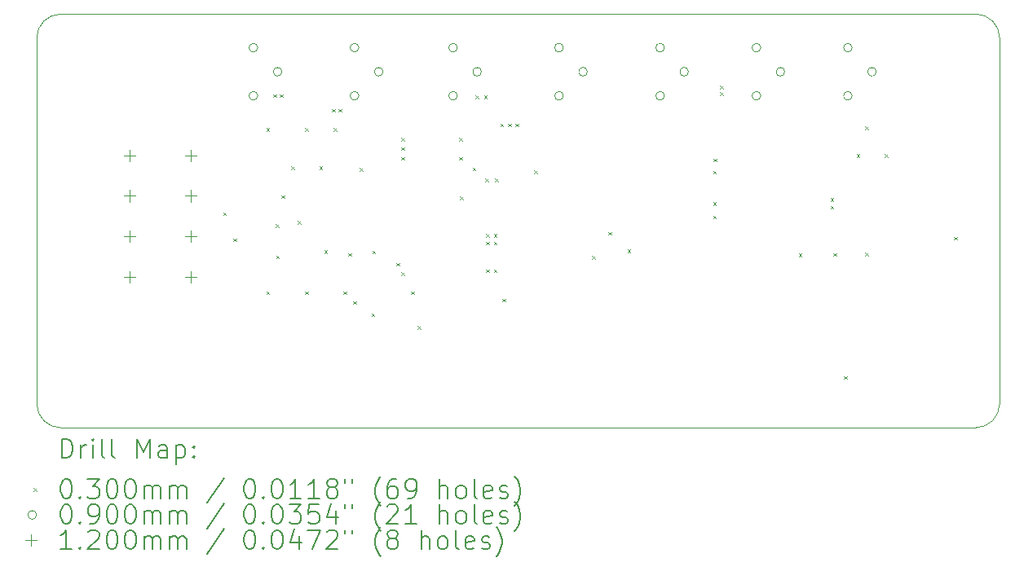
<source format=gbr>
%TF.GenerationSoftware,KiCad,Pcbnew,9.0.0*%
%TF.CreationDate,2025-04-17T12:04:56-07:00*%
%TF.ProjectId,BSPD,42535044-2e6b-4696-9361-645f70636258,rev?*%
%TF.SameCoordinates,Original*%
%TF.FileFunction,Drillmap*%
%TF.FilePolarity,Positive*%
%FSLAX45Y45*%
G04 Gerber Fmt 4.5, Leading zero omitted, Abs format (unit mm)*
G04 Created by KiCad (PCBNEW 9.0.0) date 2025-04-17 12:04:56*
%MOMM*%
%LPD*%
G01*
G04 APERTURE LIST*
%ADD10C,0.050000*%
%ADD11C,0.200000*%
%ADD12C,0.100000*%
%ADD13C,0.120000*%
G04 APERTURE END LIST*
D10*
X13650000Y-13200000D02*
X4150000Y-13200000D01*
X13900000Y-12950000D02*
G75*
G02*
X13650000Y-13200000I-250000J0D01*
G01*
X4150000Y-13200000D02*
G75*
G02*
X3900000Y-12950000I0J250000D01*
G01*
X4150000Y-8900000D02*
X13650000Y-8900000D01*
X13900000Y-9150000D02*
X13900000Y-12950000D01*
X3900000Y-12950000D02*
X3900000Y-9150000D01*
X3900000Y-9150000D02*
G75*
G02*
X4150000Y-8900000I250000J0D01*
G01*
X13650000Y-8900000D02*
G75*
G02*
X13900000Y-9150000I0J-250000D01*
G01*
D11*
D12*
X5835000Y-10960000D02*
X5865000Y-10990000D01*
X5865000Y-10960000D02*
X5835000Y-10990000D01*
X5942500Y-11232500D02*
X5972500Y-11262500D01*
X5972500Y-11232500D02*
X5942500Y-11262500D01*
X6285000Y-10085000D02*
X6315000Y-10115000D01*
X6315000Y-10085000D02*
X6285000Y-10115000D01*
X6285000Y-11785000D02*
X6315000Y-11815000D01*
X6315000Y-11785000D02*
X6285000Y-11815000D01*
X6355000Y-9735000D02*
X6385000Y-9765000D01*
X6385000Y-9735000D02*
X6355000Y-9765000D01*
X6380000Y-11084525D02*
X6410000Y-11114525D01*
X6410000Y-11084525D02*
X6380000Y-11114525D01*
X6385000Y-11410000D02*
X6415000Y-11440000D01*
X6415000Y-11410000D02*
X6385000Y-11440000D01*
X6425000Y-9735000D02*
X6455000Y-9765000D01*
X6455000Y-9735000D02*
X6425000Y-9765000D01*
X6441200Y-10784525D02*
X6471200Y-10814525D01*
X6471200Y-10784525D02*
X6441200Y-10814525D01*
X6541150Y-10485000D02*
X6571150Y-10515000D01*
X6571150Y-10485000D02*
X6541150Y-10515000D01*
X6610000Y-11049525D02*
X6640000Y-11079525D01*
X6640000Y-11049525D02*
X6610000Y-11079525D01*
X6685000Y-10085000D02*
X6715000Y-10115000D01*
X6715000Y-10085000D02*
X6685000Y-10115000D01*
X6685000Y-11785000D02*
X6715000Y-11815000D01*
X6715000Y-11785000D02*
X6685000Y-11815000D01*
X6835000Y-10485000D02*
X6865000Y-10515000D01*
X6865000Y-10485000D02*
X6835000Y-10515000D01*
X6885000Y-11355000D02*
X6915000Y-11385000D01*
X6915000Y-11355000D02*
X6885000Y-11385000D01*
X6965000Y-9885000D02*
X6995000Y-9915000D01*
X6995000Y-9885000D02*
X6965000Y-9915000D01*
X6985000Y-10085000D02*
X7015000Y-10115000D01*
X7015000Y-10085000D02*
X6985000Y-10115000D01*
X7035000Y-9885000D02*
X7065000Y-9915000D01*
X7065000Y-9885000D02*
X7035000Y-9915000D01*
X7085000Y-11785000D02*
X7115000Y-11815000D01*
X7115000Y-11785000D02*
X7085000Y-11815000D01*
X7135000Y-11385000D02*
X7165000Y-11415000D01*
X7165000Y-11385000D02*
X7135000Y-11415000D01*
X7185000Y-11885000D02*
X7215000Y-11915000D01*
X7215000Y-11885000D02*
X7185000Y-11915000D01*
X7255000Y-10500000D02*
X7285000Y-10530000D01*
X7285000Y-10500000D02*
X7255000Y-10530000D01*
X7375000Y-12010000D02*
X7405000Y-12040000D01*
X7405000Y-12010000D02*
X7375000Y-12040000D01*
X7383550Y-11359525D02*
X7413550Y-11389525D01*
X7413550Y-11359525D02*
X7383550Y-11389525D01*
X7635000Y-11485000D02*
X7665000Y-11515000D01*
X7665000Y-11485000D02*
X7635000Y-11515000D01*
X7685000Y-10185000D02*
X7715000Y-10215000D01*
X7715000Y-10185000D02*
X7685000Y-10215000D01*
X7685000Y-10285000D02*
X7715000Y-10315000D01*
X7715000Y-10285000D02*
X7685000Y-10315000D01*
X7685000Y-10385000D02*
X7715000Y-10415000D01*
X7715000Y-10385000D02*
X7685000Y-10415000D01*
X7685000Y-11585000D02*
X7715000Y-11615000D01*
X7715000Y-11585000D02*
X7685000Y-11615000D01*
X7785000Y-11785000D02*
X7815000Y-11815000D01*
X7815000Y-11785000D02*
X7785000Y-11815000D01*
X7853500Y-12141500D02*
X7883500Y-12171500D01*
X7883500Y-12141500D02*
X7853500Y-12171500D01*
X8285000Y-10185000D02*
X8315000Y-10215000D01*
X8315000Y-10185000D02*
X8285000Y-10215000D01*
X8285000Y-10385000D02*
X8315000Y-10415000D01*
X8315000Y-10385000D02*
X8285000Y-10415000D01*
X8295000Y-10795000D02*
X8325000Y-10825000D01*
X8325000Y-10795000D02*
X8295000Y-10825000D01*
X8425000Y-10495000D02*
X8455000Y-10525000D01*
X8455000Y-10495000D02*
X8425000Y-10525000D01*
X8455000Y-9745000D02*
X8485000Y-9775000D01*
X8485000Y-9745000D02*
X8455000Y-9775000D01*
X8545000Y-9745000D02*
X8575000Y-9775000D01*
X8575000Y-9745000D02*
X8545000Y-9775000D01*
X8560000Y-10610000D02*
X8590000Y-10640000D01*
X8590000Y-10610000D02*
X8560000Y-10640000D01*
X8565000Y-11185000D02*
X8595000Y-11215000D01*
X8595000Y-11185000D02*
X8565000Y-11215000D01*
X8565000Y-11265000D02*
X8595000Y-11295000D01*
X8595000Y-11265000D02*
X8565000Y-11295000D01*
X8565000Y-11555000D02*
X8595000Y-11585000D01*
X8595000Y-11555000D02*
X8565000Y-11585000D01*
X8645000Y-11185000D02*
X8675000Y-11215000D01*
X8675000Y-11185000D02*
X8645000Y-11215000D01*
X8645000Y-11265000D02*
X8675000Y-11295000D01*
X8675000Y-11265000D02*
X8645000Y-11295000D01*
X8645000Y-11555000D02*
X8675000Y-11585000D01*
X8675000Y-11555000D02*
X8645000Y-11585000D01*
X8660000Y-10610000D02*
X8690000Y-10640000D01*
X8690000Y-10610000D02*
X8660000Y-10640000D01*
X8715000Y-10040000D02*
X8745000Y-10070000D01*
X8745000Y-10040000D02*
X8715000Y-10070000D01*
X8735000Y-11860000D02*
X8765000Y-11890000D01*
X8765000Y-11860000D02*
X8735000Y-11890000D01*
X8795000Y-10040000D02*
X8825000Y-10070000D01*
X8825000Y-10040000D02*
X8795000Y-10070000D01*
X8870000Y-10040000D02*
X8900000Y-10070000D01*
X8900000Y-10040000D02*
X8870000Y-10070000D01*
X9065000Y-10525000D02*
X9095000Y-10555000D01*
X9095000Y-10525000D02*
X9065000Y-10555000D01*
X9665000Y-11415000D02*
X9695000Y-11445000D01*
X9695000Y-11415000D02*
X9665000Y-11445000D01*
X9835000Y-11165000D02*
X9865000Y-11195000D01*
X9865000Y-11165000D02*
X9835000Y-11195000D01*
X10035000Y-11345000D02*
X10065000Y-11375000D01*
X10065000Y-11345000D02*
X10035000Y-11375000D01*
X10925000Y-10530000D02*
X10955000Y-10560000D01*
X10955000Y-10530000D02*
X10925000Y-10560000D01*
X10925000Y-10855000D02*
X10955000Y-10885000D01*
X10955000Y-10855000D02*
X10925000Y-10885000D01*
X10925000Y-10995000D02*
X10955000Y-11025000D01*
X10955000Y-10995000D02*
X10925000Y-11025000D01*
X10930000Y-10405000D02*
X10960000Y-10435000D01*
X10960000Y-10405000D02*
X10930000Y-10435000D01*
X10995000Y-9645000D02*
X11025000Y-9675000D01*
X11025000Y-9645000D02*
X10995000Y-9675000D01*
X10995000Y-9715000D02*
X11025000Y-9745000D01*
X11025000Y-9715000D02*
X10995000Y-9745000D01*
X11812500Y-11387500D02*
X11842500Y-11417500D01*
X11842500Y-11387500D02*
X11812500Y-11417500D01*
X12145000Y-10815000D02*
X12175000Y-10845000D01*
X12175000Y-10815000D02*
X12145000Y-10845000D01*
X12145000Y-10895000D02*
X12175000Y-10925000D01*
X12175000Y-10895000D02*
X12145000Y-10925000D01*
X12175000Y-11385000D02*
X12205000Y-11415000D01*
X12205000Y-11385000D02*
X12175000Y-11415000D01*
X12285000Y-12665000D02*
X12315000Y-12695000D01*
X12315000Y-12665000D02*
X12285000Y-12695000D01*
X12415000Y-10355000D02*
X12445000Y-10385000D01*
X12445000Y-10355000D02*
X12415000Y-10385000D01*
X12502500Y-11380000D02*
X12532500Y-11410000D01*
X12532500Y-11380000D02*
X12502500Y-11410000D01*
X12505000Y-10067500D02*
X12535000Y-10097500D01*
X12535000Y-10067500D02*
X12505000Y-10097500D01*
X12705000Y-10355000D02*
X12735000Y-10385000D01*
X12735000Y-10355000D02*
X12705000Y-10385000D01*
X13425000Y-11215000D02*
X13455000Y-11245000D01*
X13455000Y-11215000D02*
X13425000Y-11245000D01*
X6195000Y-9250000D02*
G75*
G02*
X6105000Y-9250000I-45000J0D01*
G01*
X6105000Y-9250000D02*
G75*
G02*
X6195000Y-9250000I45000J0D01*
G01*
X6195000Y-9750000D02*
G75*
G02*
X6105000Y-9750000I-45000J0D01*
G01*
X6105000Y-9750000D02*
G75*
G02*
X6195000Y-9750000I45000J0D01*
G01*
X6445000Y-9500000D02*
G75*
G02*
X6355000Y-9500000I-45000J0D01*
G01*
X6355000Y-9500000D02*
G75*
G02*
X6445000Y-9500000I45000J0D01*
G01*
X7245000Y-9250000D02*
G75*
G02*
X7155000Y-9250000I-45000J0D01*
G01*
X7155000Y-9250000D02*
G75*
G02*
X7245000Y-9250000I45000J0D01*
G01*
X7245000Y-9750000D02*
G75*
G02*
X7155000Y-9750000I-45000J0D01*
G01*
X7155000Y-9750000D02*
G75*
G02*
X7245000Y-9750000I45000J0D01*
G01*
X7495000Y-9500000D02*
G75*
G02*
X7405000Y-9500000I-45000J0D01*
G01*
X7405000Y-9500000D02*
G75*
G02*
X7495000Y-9500000I45000J0D01*
G01*
X8268000Y-9250000D02*
G75*
G02*
X8178000Y-9250000I-45000J0D01*
G01*
X8178000Y-9250000D02*
G75*
G02*
X8268000Y-9250000I45000J0D01*
G01*
X8268000Y-9750000D02*
G75*
G02*
X8178000Y-9750000I-45000J0D01*
G01*
X8178000Y-9750000D02*
G75*
G02*
X8268000Y-9750000I45000J0D01*
G01*
X8518000Y-9500000D02*
G75*
G02*
X8428000Y-9500000I-45000J0D01*
G01*
X8428000Y-9500000D02*
G75*
G02*
X8518000Y-9500000I45000J0D01*
G01*
X9368000Y-9250000D02*
G75*
G02*
X9278000Y-9250000I-45000J0D01*
G01*
X9278000Y-9250000D02*
G75*
G02*
X9368000Y-9250000I45000J0D01*
G01*
X9368000Y-9750000D02*
G75*
G02*
X9278000Y-9750000I-45000J0D01*
G01*
X9278000Y-9750000D02*
G75*
G02*
X9368000Y-9750000I45000J0D01*
G01*
X9618000Y-9500000D02*
G75*
G02*
X9528000Y-9500000I-45000J0D01*
G01*
X9528000Y-9500000D02*
G75*
G02*
X9618000Y-9500000I45000J0D01*
G01*
X10418000Y-9250000D02*
G75*
G02*
X10328000Y-9250000I-45000J0D01*
G01*
X10328000Y-9250000D02*
G75*
G02*
X10418000Y-9250000I45000J0D01*
G01*
X10418000Y-9750000D02*
G75*
G02*
X10328000Y-9750000I-45000J0D01*
G01*
X10328000Y-9750000D02*
G75*
G02*
X10418000Y-9750000I45000J0D01*
G01*
X10668000Y-9500000D02*
G75*
G02*
X10578000Y-9500000I-45000J0D01*
G01*
X10578000Y-9500000D02*
G75*
G02*
X10668000Y-9500000I45000J0D01*
G01*
X11418000Y-9250000D02*
G75*
G02*
X11328000Y-9250000I-45000J0D01*
G01*
X11328000Y-9250000D02*
G75*
G02*
X11418000Y-9250000I45000J0D01*
G01*
X11418000Y-9750000D02*
G75*
G02*
X11328000Y-9750000I-45000J0D01*
G01*
X11328000Y-9750000D02*
G75*
G02*
X11418000Y-9750000I45000J0D01*
G01*
X11668000Y-9500000D02*
G75*
G02*
X11578000Y-9500000I-45000J0D01*
G01*
X11578000Y-9500000D02*
G75*
G02*
X11668000Y-9500000I45000J0D01*
G01*
X12368000Y-9250000D02*
G75*
G02*
X12278000Y-9250000I-45000J0D01*
G01*
X12278000Y-9250000D02*
G75*
G02*
X12368000Y-9250000I45000J0D01*
G01*
X12368000Y-9750000D02*
G75*
G02*
X12278000Y-9750000I-45000J0D01*
G01*
X12278000Y-9750000D02*
G75*
G02*
X12368000Y-9750000I45000J0D01*
G01*
X12618000Y-9500000D02*
G75*
G02*
X12528000Y-9500000I-45000J0D01*
G01*
X12528000Y-9500000D02*
G75*
G02*
X12618000Y-9500000I45000J0D01*
G01*
D13*
X4865000Y-10310000D02*
X4865000Y-10430000D01*
X4805000Y-10370000D02*
X4925000Y-10370000D01*
X4865000Y-10730000D02*
X4865000Y-10850000D01*
X4805000Y-10790000D02*
X4925000Y-10790000D01*
X4865000Y-11150000D02*
X4865000Y-11270000D01*
X4805000Y-11210000D02*
X4925000Y-11210000D01*
X4865000Y-11570000D02*
X4865000Y-11690000D01*
X4805000Y-11630000D02*
X4925000Y-11630000D01*
X5500000Y-10310000D02*
X5500000Y-10430000D01*
X5440000Y-10370000D02*
X5560000Y-10370000D01*
X5500000Y-10730000D02*
X5500000Y-10850000D01*
X5440000Y-10790000D02*
X5560000Y-10790000D01*
X5500000Y-11150000D02*
X5500000Y-11270000D01*
X5440000Y-11210000D02*
X5560000Y-11210000D01*
X5500000Y-11570000D02*
X5500000Y-11690000D01*
X5440000Y-11630000D02*
X5560000Y-11630000D01*
D11*
X4158277Y-13513984D02*
X4158277Y-13313984D01*
X4158277Y-13313984D02*
X4205896Y-13313984D01*
X4205896Y-13313984D02*
X4234467Y-13323508D01*
X4234467Y-13323508D02*
X4253515Y-13342555D01*
X4253515Y-13342555D02*
X4263039Y-13361603D01*
X4263039Y-13361603D02*
X4272563Y-13399698D01*
X4272563Y-13399698D02*
X4272563Y-13428269D01*
X4272563Y-13428269D02*
X4263039Y-13466365D01*
X4263039Y-13466365D02*
X4253515Y-13485412D01*
X4253515Y-13485412D02*
X4234467Y-13504460D01*
X4234467Y-13504460D02*
X4205896Y-13513984D01*
X4205896Y-13513984D02*
X4158277Y-13513984D01*
X4358277Y-13513984D02*
X4358277Y-13380650D01*
X4358277Y-13418746D02*
X4367801Y-13399698D01*
X4367801Y-13399698D02*
X4377324Y-13390174D01*
X4377324Y-13390174D02*
X4396372Y-13380650D01*
X4396372Y-13380650D02*
X4415420Y-13380650D01*
X4482086Y-13513984D02*
X4482086Y-13380650D01*
X4482086Y-13313984D02*
X4472563Y-13323508D01*
X4472563Y-13323508D02*
X4482086Y-13333031D01*
X4482086Y-13333031D02*
X4491610Y-13323508D01*
X4491610Y-13323508D02*
X4482086Y-13313984D01*
X4482086Y-13313984D02*
X4482086Y-13333031D01*
X4605896Y-13513984D02*
X4586848Y-13504460D01*
X4586848Y-13504460D02*
X4577324Y-13485412D01*
X4577324Y-13485412D02*
X4577324Y-13313984D01*
X4710658Y-13513984D02*
X4691610Y-13504460D01*
X4691610Y-13504460D02*
X4682086Y-13485412D01*
X4682086Y-13485412D02*
X4682086Y-13313984D01*
X4939229Y-13513984D02*
X4939229Y-13313984D01*
X4939229Y-13313984D02*
X5005896Y-13456841D01*
X5005896Y-13456841D02*
X5072563Y-13313984D01*
X5072563Y-13313984D02*
X5072563Y-13513984D01*
X5253515Y-13513984D02*
X5253515Y-13409222D01*
X5253515Y-13409222D02*
X5243991Y-13390174D01*
X5243991Y-13390174D02*
X5224944Y-13380650D01*
X5224944Y-13380650D02*
X5186848Y-13380650D01*
X5186848Y-13380650D02*
X5167801Y-13390174D01*
X5253515Y-13504460D02*
X5234467Y-13513984D01*
X5234467Y-13513984D02*
X5186848Y-13513984D01*
X5186848Y-13513984D02*
X5167801Y-13504460D01*
X5167801Y-13504460D02*
X5158277Y-13485412D01*
X5158277Y-13485412D02*
X5158277Y-13466365D01*
X5158277Y-13466365D02*
X5167801Y-13447317D01*
X5167801Y-13447317D02*
X5186848Y-13437793D01*
X5186848Y-13437793D02*
X5234467Y-13437793D01*
X5234467Y-13437793D02*
X5253515Y-13428269D01*
X5348753Y-13380650D02*
X5348753Y-13580650D01*
X5348753Y-13390174D02*
X5367801Y-13380650D01*
X5367801Y-13380650D02*
X5405896Y-13380650D01*
X5405896Y-13380650D02*
X5424944Y-13390174D01*
X5424944Y-13390174D02*
X5434467Y-13399698D01*
X5434467Y-13399698D02*
X5443991Y-13418746D01*
X5443991Y-13418746D02*
X5443991Y-13475888D01*
X5443991Y-13475888D02*
X5434467Y-13494936D01*
X5434467Y-13494936D02*
X5424944Y-13504460D01*
X5424944Y-13504460D02*
X5405896Y-13513984D01*
X5405896Y-13513984D02*
X5367801Y-13513984D01*
X5367801Y-13513984D02*
X5348753Y-13504460D01*
X5529705Y-13494936D02*
X5539229Y-13504460D01*
X5539229Y-13504460D02*
X5529705Y-13513984D01*
X5529705Y-13513984D02*
X5520182Y-13504460D01*
X5520182Y-13504460D02*
X5529705Y-13494936D01*
X5529705Y-13494936D02*
X5529705Y-13513984D01*
X5529705Y-13390174D02*
X5539229Y-13399698D01*
X5539229Y-13399698D02*
X5529705Y-13409222D01*
X5529705Y-13409222D02*
X5520182Y-13399698D01*
X5520182Y-13399698D02*
X5529705Y-13390174D01*
X5529705Y-13390174D02*
X5529705Y-13409222D01*
D12*
X3867500Y-13827500D02*
X3897500Y-13857500D01*
X3897500Y-13827500D02*
X3867500Y-13857500D01*
D11*
X4196372Y-13733984D02*
X4215420Y-13733984D01*
X4215420Y-13733984D02*
X4234467Y-13743508D01*
X4234467Y-13743508D02*
X4243991Y-13753031D01*
X4243991Y-13753031D02*
X4253515Y-13772079D01*
X4253515Y-13772079D02*
X4263039Y-13810174D01*
X4263039Y-13810174D02*
X4263039Y-13857793D01*
X4263039Y-13857793D02*
X4253515Y-13895888D01*
X4253515Y-13895888D02*
X4243991Y-13914936D01*
X4243991Y-13914936D02*
X4234467Y-13924460D01*
X4234467Y-13924460D02*
X4215420Y-13933984D01*
X4215420Y-13933984D02*
X4196372Y-13933984D01*
X4196372Y-13933984D02*
X4177324Y-13924460D01*
X4177324Y-13924460D02*
X4167801Y-13914936D01*
X4167801Y-13914936D02*
X4158277Y-13895888D01*
X4158277Y-13895888D02*
X4148753Y-13857793D01*
X4148753Y-13857793D02*
X4148753Y-13810174D01*
X4148753Y-13810174D02*
X4158277Y-13772079D01*
X4158277Y-13772079D02*
X4167801Y-13753031D01*
X4167801Y-13753031D02*
X4177324Y-13743508D01*
X4177324Y-13743508D02*
X4196372Y-13733984D01*
X4348753Y-13914936D02*
X4358277Y-13924460D01*
X4358277Y-13924460D02*
X4348753Y-13933984D01*
X4348753Y-13933984D02*
X4339229Y-13924460D01*
X4339229Y-13924460D02*
X4348753Y-13914936D01*
X4348753Y-13914936D02*
X4348753Y-13933984D01*
X4424944Y-13733984D02*
X4548753Y-13733984D01*
X4548753Y-13733984D02*
X4482086Y-13810174D01*
X4482086Y-13810174D02*
X4510658Y-13810174D01*
X4510658Y-13810174D02*
X4529705Y-13819698D01*
X4529705Y-13819698D02*
X4539229Y-13829222D01*
X4539229Y-13829222D02*
X4548753Y-13848269D01*
X4548753Y-13848269D02*
X4548753Y-13895888D01*
X4548753Y-13895888D02*
X4539229Y-13914936D01*
X4539229Y-13914936D02*
X4529705Y-13924460D01*
X4529705Y-13924460D02*
X4510658Y-13933984D01*
X4510658Y-13933984D02*
X4453515Y-13933984D01*
X4453515Y-13933984D02*
X4434467Y-13924460D01*
X4434467Y-13924460D02*
X4424944Y-13914936D01*
X4672563Y-13733984D02*
X4691610Y-13733984D01*
X4691610Y-13733984D02*
X4710658Y-13743508D01*
X4710658Y-13743508D02*
X4720182Y-13753031D01*
X4720182Y-13753031D02*
X4729705Y-13772079D01*
X4729705Y-13772079D02*
X4739229Y-13810174D01*
X4739229Y-13810174D02*
X4739229Y-13857793D01*
X4739229Y-13857793D02*
X4729705Y-13895888D01*
X4729705Y-13895888D02*
X4720182Y-13914936D01*
X4720182Y-13914936D02*
X4710658Y-13924460D01*
X4710658Y-13924460D02*
X4691610Y-13933984D01*
X4691610Y-13933984D02*
X4672563Y-13933984D01*
X4672563Y-13933984D02*
X4653515Y-13924460D01*
X4653515Y-13924460D02*
X4643991Y-13914936D01*
X4643991Y-13914936D02*
X4634467Y-13895888D01*
X4634467Y-13895888D02*
X4624944Y-13857793D01*
X4624944Y-13857793D02*
X4624944Y-13810174D01*
X4624944Y-13810174D02*
X4634467Y-13772079D01*
X4634467Y-13772079D02*
X4643991Y-13753031D01*
X4643991Y-13753031D02*
X4653515Y-13743508D01*
X4653515Y-13743508D02*
X4672563Y-13733984D01*
X4863039Y-13733984D02*
X4882086Y-13733984D01*
X4882086Y-13733984D02*
X4901134Y-13743508D01*
X4901134Y-13743508D02*
X4910658Y-13753031D01*
X4910658Y-13753031D02*
X4920182Y-13772079D01*
X4920182Y-13772079D02*
X4929705Y-13810174D01*
X4929705Y-13810174D02*
X4929705Y-13857793D01*
X4929705Y-13857793D02*
X4920182Y-13895888D01*
X4920182Y-13895888D02*
X4910658Y-13914936D01*
X4910658Y-13914936D02*
X4901134Y-13924460D01*
X4901134Y-13924460D02*
X4882086Y-13933984D01*
X4882086Y-13933984D02*
X4863039Y-13933984D01*
X4863039Y-13933984D02*
X4843991Y-13924460D01*
X4843991Y-13924460D02*
X4834467Y-13914936D01*
X4834467Y-13914936D02*
X4824944Y-13895888D01*
X4824944Y-13895888D02*
X4815420Y-13857793D01*
X4815420Y-13857793D02*
X4815420Y-13810174D01*
X4815420Y-13810174D02*
X4824944Y-13772079D01*
X4824944Y-13772079D02*
X4834467Y-13753031D01*
X4834467Y-13753031D02*
X4843991Y-13743508D01*
X4843991Y-13743508D02*
X4863039Y-13733984D01*
X5015420Y-13933984D02*
X5015420Y-13800650D01*
X5015420Y-13819698D02*
X5024944Y-13810174D01*
X5024944Y-13810174D02*
X5043991Y-13800650D01*
X5043991Y-13800650D02*
X5072563Y-13800650D01*
X5072563Y-13800650D02*
X5091610Y-13810174D01*
X5091610Y-13810174D02*
X5101134Y-13829222D01*
X5101134Y-13829222D02*
X5101134Y-13933984D01*
X5101134Y-13829222D02*
X5110658Y-13810174D01*
X5110658Y-13810174D02*
X5129705Y-13800650D01*
X5129705Y-13800650D02*
X5158277Y-13800650D01*
X5158277Y-13800650D02*
X5177325Y-13810174D01*
X5177325Y-13810174D02*
X5186848Y-13829222D01*
X5186848Y-13829222D02*
X5186848Y-13933984D01*
X5282086Y-13933984D02*
X5282086Y-13800650D01*
X5282086Y-13819698D02*
X5291610Y-13810174D01*
X5291610Y-13810174D02*
X5310658Y-13800650D01*
X5310658Y-13800650D02*
X5339229Y-13800650D01*
X5339229Y-13800650D02*
X5358277Y-13810174D01*
X5358277Y-13810174D02*
X5367801Y-13829222D01*
X5367801Y-13829222D02*
X5367801Y-13933984D01*
X5367801Y-13829222D02*
X5377325Y-13810174D01*
X5377325Y-13810174D02*
X5396372Y-13800650D01*
X5396372Y-13800650D02*
X5424944Y-13800650D01*
X5424944Y-13800650D02*
X5443991Y-13810174D01*
X5443991Y-13810174D02*
X5453515Y-13829222D01*
X5453515Y-13829222D02*
X5453515Y-13933984D01*
X5843991Y-13724460D02*
X5672563Y-13981603D01*
X6101134Y-13733984D02*
X6120182Y-13733984D01*
X6120182Y-13733984D02*
X6139229Y-13743508D01*
X6139229Y-13743508D02*
X6148753Y-13753031D01*
X6148753Y-13753031D02*
X6158277Y-13772079D01*
X6158277Y-13772079D02*
X6167801Y-13810174D01*
X6167801Y-13810174D02*
X6167801Y-13857793D01*
X6167801Y-13857793D02*
X6158277Y-13895888D01*
X6158277Y-13895888D02*
X6148753Y-13914936D01*
X6148753Y-13914936D02*
X6139229Y-13924460D01*
X6139229Y-13924460D02*
X6120182Y-13933984D01*
X6120182Y-13933984D02*
X6101134Y-13933984D01*
X6101134Y-13933984D02*
X6082086Y-13924460D01*
X6082086Y-13924460D02*
X6072563Y-13914936D01*
X6072563Y-13914936D02*
X6063039Y-13895888D01*
X6063039Y-13895888D02*
X6053515Y-13857793D01*
X6053515Y-13857793D02*
X6053515Y-13810174D01*
X6053515Y-13810174D02*
X6063039Y-13772079D01*
X6063039Y-13772079D02*
X6072563Y-13753031D01*
X6072563Y-13753031D02*
X6082086Y-13743508D01*
X6082086Y-13743508D02*
X6101134Y-13733984D01*
X6253515Y-13914936D02*
X6263039Y-13924460D01*
X6263039Y-13924460D02*
X6253515Y-13933984D01*
X6253515Y-13933984D02*
X6243991Y-13924460D01*
X6243991Y-13924460D02*
X6253515Y-13914936D01*
X6253515Y-13914936D02*
X6253515Y-13933984D01*
X6386848Y-13733984D02*
X6405896Y-13733984D01*
X6405896Y-13733984D02*
X6424944Y-13743508D01*
X6424944Y-13743508D02*
X6434467Y-13753031D01*
X6434467Y-13753031D02*
X6443991Y-13772079D01*
X6443991Y-13772079D02*
X6453515Y-13810174D01*
X6453515Y-13810174D02*
X6453515Y-13857793D01*
X6453515Y-13857793D02*
X6443991Y-13895888D01*
X6443991Y-13895888D02*
X6434467Y-13914936D01*
X6434467Y-13914936D02*
X6424944Y-13924460D01*
X6424944Y-13924460D02*
X6405896Y-13933984D01*
X6405896Y-13933984D02*
X6386848Y-13933984D01*
X6386848Y-13933984D02*
X6367801Y-13924460D01*
X6367801Y-13924460D02*
X6358277Y-13914936D01*
X6358277Y-13914936D02*
X6348753Y-13895888D01*
X6348753Y-13895888D02*
X6339229Y-13857793D01*
X6339229Y-13857793D02*
X6339229Y-13810174D01*
X6339229Y-13810174D02*
X6348753Y-13772079D01*
X6348753Y-13772079D02*
X6358277Y-13753031D01*
X6358277Y-13753031D02*
X6367801Y-13743508D01*
X6367801Y-13743508D02*
X6386848Y-13733984D01*
X6643991Y-13933984D02*
X6529706Y-13933984D01*
X6586848Y-13933984D02*
X6586848Y-13733984D01*
X6586848Y-13733984D02*
X6567801Y-13762555D01*
X6567801Y-13762555D02*
X6548753Y-13781603D01*
X6548753Y-13781603D02*
X6529706Y-13791127D01*
X6834467Y-13933984D02*
X6720182Y-13933984D01*
X6777325Y-13933984D02*
X6777325Y-13733984D01*
X6777325Y-13733984D02*
X6758277Y-13762555D01*
X6758277Y-13762555D02*
X6739229Y-13781603D01*
X6739229Y-13781603D02*
X6720182Y-13791127D01*
X6948753Y-13819698D02*
X6929706Y-13810174D01*
X6929706Y-13810174D02*
X6920182Y-13800650D01*
X6920182Y-13800650D02*
X6910658Y-13781603D01*
X6910658Y-13781603D02*
X6910658Y-13772079D01*
X6910658Y-13772079D02*
X6920182Y-13753031D01*
X6920182Y-13753031D02*
X6929706Y-13743508D01*
X6929706Y-13743508D02*
X6948753Y-13733984D01*
X6948753Y-13733984D02*
X6986848Y-13733984D01*
X6986848Y-13733984D02*
X7005896Y-13743508D01*
X7005896Y-13743508D02*
X7015420Y-13753031D01*
X7015420Y-13753031D02*
X7024944Y-13772079D01*
X7024944Y-13772079D02*
X7024944Y-13781603D01*
X7024944Y-13781603D02*
X7015420Y-13800650D01*
X7015420Y-13800650D02*
X7005896Y-13810174D01*
X7005896Y-13810174D02*
X6986848Y-13819698D01*
X6986848Y-13819698D02*
X6948753Y-13819698D01*
X6948753Y-13819698D02*
X6929706Y-13829222D01*
X6929706Y-13829222D02*
X6920182Y-13838746D01*
X6920182Y-13838746D02*
X6910658Y-13857793D01*
X6910658Y-13857793D02*
X6910658Y-13895888D01*
X6910658Y-13895888D02*
X6920182Y-13914936D01*
X6920182Y-13914936D02*
X6929706Y-13924460D01*
X6929706Y-13924460D02*
X6948753Y-13933984D01*
X6948753Y-13933984D02*
X6986848Y-13933984D01*
X6986848Y-13933984D02*
X7005896Y-13924460D01*
X7005896Y-13924460D02*
X7015420Y-13914936D01*
X7015420Y-13914936D02*
X7024944Y-13895888D01*
X7024944Y-13895888D02*
X7024944Y-13857793D01*
X7024944Y-13857793D02*
X7015420Y-13838746D01*
X7015420Y-13838746D02*
X7005896Y-13829222D01*
X7005896Y-13829222D02*
X6986848Y-13819698D01*
X7101134Y-13733984D02*
X7101134Y-13772079D01*
X7177325Y-13733984D02*
X7177325Y-13772079D01*
X7472563Y-14010174D02*
X7463039Y-14000650D01*
X7463039Y-14000650D02*
X7443991Y-13972079D01*
X7443991Y-13972079D02*
X7434468Y-13953031D01*
X7434468Y-13953031D02*
X7424944Y-13924460D01*
X7424944Y-13924460D02*
X7415420Y-13876841D01*
X7415420Y-13876841D02*
X7415420Y-13838746D01*
X7415420Y-13838746D02*
X7424944Y-13791127D01*
X7424944Y-13791127D02*
X7434468Y-13762555D01*
X7434468Y-13762555D02*
X7443991Y-13743508D01*
X7443991Y-13743508D02*
X7463039Y-13714936D01*
X7463039Y-13714936D02*
X7472563Y-13705412D01*
X7634468Y-13733984D02*
X7596372Y-13733984D01*
X7596372Y-13733984D02*
X7577325Y-13743508D01*
X7577325Y-13743508D02*
X7567801Y-13753031D01*
X7567801Y-13753031D02*
X7548753Y-13781603D01*
X7548753Y-13781603D02*
X7539229Y-13819698D01*
X7539229Y-13819698D02*
X7539229Y-13895888D01*
X7539229Y-13895888D02*
X7548753Y-13914936D01*
X7548753Y-13914936D02*
X7558277Y-13924460D01*
X7558277Y-13924460D02*
X7577325Y-13933984D01*
X7577325Y-13933984D02*
X7615420Y-13933984D01*
X7615420Y-13933984D02*
X7634468Y-13924460D01*
X7634468Y-13924460D02*
X7643991Y-13914936D01*
X7643991Y-13914936D02*
X7653515Y-13895888D01*
X7653515Y-13895888D02*
X7653515Y-13848269D01*
X7653515Y-13848269D02*
X7643991Y-13829222D01*
X7643991Y-13829222D02*
X7634468Y-13819698D01*
X7634468Y-13819698D02*
X7615420Y-13810174D01*
X7615420Y-13810174D02*
X7577325Y-13810174D01*
X7577325Y-13810174D02*
X7558277Y-13819698D01*
X7558277Y-13819698D02*
X7548753Y-13829222D01*
X7548753Y-13829222D02*
X7539229Y-13848269D01*
X7748753Y-13933984D02*
X7786848Y-13933984D01*
X7786848Y-13933984D02*
X7805896Y-13924460D01*
X7805896Y-13924460D02*
X7815420Y-13914936D01*
X7815420Y-13914936D02*
X7834468Y-13886365D01*
X7834468Y-13886365D02*
X7843991Y-13848269D01*
X7843991Y-13848269D02*
X7843991Y-13772079D01*
X7843991Y-13772079D02*
X7834468Y-13753031D01*
X7834468Y-13753031D02*
X7824944Y-13743508D01*
X7824944Y-13743508D02*
X7805896Y-13733984D01*
X7805896Y-13733984D02*
X7767801Y-13733984D01*
X7767801Y-13733984D02*
X7748753Y-13743508D01*
X7748753Y-13743508D02*
X7739229Y-13753031D01*
X7739229Y-13753031D02*
X7729706Y-13772079D01*
X7729706Y-13772079D02*
X7729706Y-13819698D01*
X7729706Y-13819698D02*
X7739229Y-13838746D01*
X7739229Y-13838746D02*
X7748753Y-13848269D01*
X7748753Y-13848269D02*
X7767801Y-13857793D01*
X7767801Y-13857793D02*
X7805896Y-13857793D01*
X7805896Y-13857793D02*
X7824944Y-13848269D01*
X7824944Y-13848269D02*
X7834468Y-13838746D01*
X7834468Y-13838746D02*
X7843991Y-13819698D01*
X8082087Y-13933984D02*
X8082087Y-13733984D01*
X8167801Y-13933984D02*
X8167801Y-13829222D01*
X8167801Y-13829222D02*
X8158277Y-13810174D01*
X8158277Y-13810174D02*
X8139230Y-13800650D01*
X8139230Y-13800650D02*
X8110658Y-13800650D01*
X8110658Y-13800650D02*
X8091610Y-13810174D01*
X8091610Y-13810174D02*
X8082087Y-13819698D01*
X8291610Y-13933984D02*
X8272563Y-13924460D01*
X8272563Y-13924460D02*
X8263039Y-13914936D01*
X8263039Y-13914936D02*
X8253515Y-13895888D01*
X8253515Y-13895888D02*
X8253515Y-13838746D01*
X8253515Y-13838746D02*
X8263039Y-13819698D01*
X8263039Y-13819698D02*
X8272563Y-13810174D01*
X8272563Y-13810174D02*
X8291610Y-13800650D01*
X8291610Y-13800650D02*
X8320182Y-13800650D01*
X8320182Y-13800650D02*
X8339230Y-13810174D01*
X8339230Y-13810174D02*
X8348753Y-13819698D01*
X8348753Y-13819698D02*
X8358277Y-13838746D01*
X8358277Y-13838746D02*
X8358277Y-13895888D01*
X8358277Y-13895888D02*
X8348753Y-13914936D01*
X8348753Y-13914936D02*
X8339230Y-13924460D01*
X8339230Y-13924460D02*
X8320182Y-13933984D01*
X8320182Y-13933984D02*
X8291610Y-13933984D01*
X8472563Y-13933984D02*
X8453515Y-13924460D01*
X8453515Y-13924460D02*
X8443992Y-13905412D01*
X8443992Y-13905412D02*
X8443992Y-13733984D01*
X8624944Y-13924460D02*
X8605896Y-13933984D01*
X8605896Y-13933984D02*
X8567801Y-13933984D01*
X8567801Y-13933984D02*
X8548753Y-13924460D01*
X8548753Y-13924460D02*
X8539230Y-13905412D01*
X8539230Y-13905412D02*
X8539230Y-13829222D01*
X8539230Y-13829222D02*
X8548753Y-13810174D01*
X8548753Y-13810174D02*
X8567801Y-13800650D01*
X8567801Y-13800650D02*
X8605896Y-13800650D01*
X8605896Y-13800650D02*
X8624944Y-13810174D01*
X8624944Y-13810174D02*
X8634468Y-13829222D01*
X8634468Y-13829222D02*
X8634468Y-13848269D01*
X8634468Y-13848269D02*
X8539230Y-13867317D01*
X8710658Y-13924460D02*
X8729706Y-13933984D01*
X8729706Y-13933984D02*
X8767801Y-13933984D01*
X8767801Y-13933984D02*
X8786849Y-13924460D01*
X8786849Y-13924460D02*
X8796373Y-13905412D01*
X8796373Y-13905412D02*
X8796373Y-13895888D01*
X8796373Y-13895888D02*
X8786849Y-13876841D01*
X8786849Y-13876841D02*
X8767801Y-13867317D01*
X8767801Y-13867317D02*
X8739230Y-13867317D01*
X8739230Y-13867317D02*
X8720182Y-13857793D01*
X8720182Y-13857793D02*
X8710658Y-13838746D01*
X8710658Y-13838746D02*
X8710658Y-13829222D01*
X8710658Y-13829222D02*
X8720182Y-13810174D01*
X8720182Y-13810174D02*
X8739230Y-13800650D01*
X8739230Y-13800650D02*
X8767801Y-13800650D01*
X8767801Y-13800650D02*
X8786849Y-13810174D01*
X8863039Y-14010174D02*
X8872563Y-14000650D01*
X8872563Y-14000650D02*
X8891611Y-13972079D01*
X8891611Y-13972079D02*
X8901134Y-13953031D01*
X8901134Y-13953031D02*
X8910658Y-13924460D01*
X8910658Y-13924460D02*
X8920182Y-13876841D01*
X8920182Y-13876841D02*
X8920182Y-13838746D01*
X8920182Y-13838746D02*
X8910658Y-13791127D01*
X8910658Y-13791127D02*
X8901134Y-13762555D01*
X8901134Y-13762555D02*
X8891611Y-13743508D01*
X8891611Y-13743508D02*
X8872563Y-13714936D01*
X8872563Y-13714936D02*
X8863039Y-13705412D01*
D12*
X3897500Y-14106500D02*
G75*
G02*
X3807500Y-14106500I-45000J0D01*
G01*
X3807500Y-14106500D02*
G75*
G02*
X3897500Y-14106500I45000J0D01*
G01*
D11*
X4196372Y-13997984D02*
X4215420Y-13997984D01*
X4215420Y-13997984D02*
X4234467Y-14007508D01*
X4234467Y-14007508D02*
X4243991Y-14017031D01*
X4243991Y-14017031D02*
X4253515Y-14036079D01*
X4253515Y-14036079D02*
X4263039Y-14074174D01*
X4263039Y-14074174D02*
X4263039Y-14121793D01*
X4263039Y-14121793D02*
X4253515Y-14159888D01*
X4253515Y-14159888D02*
X4243991Y-14178936D01*
X4243991Y-14178936D02*
X4234467Y-14188460D01*
X4234467Y-14188460D02*
X4215420Y-14197984D01*
X4215420Y-14197984D02*
X4196372Y-14197984D01*
X4196372Y-14197984D02*
X4177324Y-14188460D01*
X4177324Y-14188460D02*
X4167801Y-14178936D01*
X4167801Y-14178936D02*
X4158277Y-14159888D01*
X4158277Y-14159888D02*
X4148753Y-14121793D01*
X4148753Y-14121793D02*
X4148753Y-14074174D01*
X4148753Y-14074174D02*
X4158277Y-14036079D01*
X4158277Y-14036079D02*
X4167801Y-14017031D01*
X4167801Y-14017031D02*
X4177324Y-14007508D01*
X4177324Y-14007508D02*
X4196372Y-13997984D01*
X4348753Y-14178936D02*
X4358277Y-14188460D01*
X4358277Y-14188460D02*
X4348753Y-14197984D01*
X4348753Y-14197984D02*
X4339229Y-14188460D01*
X4339229Y-14188460D02*
X4348753Y-14178936D01*
X4348753Y-14178936D02*
X4348753Y-14197984D01*
X4453515Y-14197984D02*
X4491610Y-14197984D01*
X4491610Y-14197984D02*
X4510658Y-14188460D01*
X4510658Y-14188460D02*
X4520182Y-14178936D01*
X4520182Y-14178936D02*
X4539229Y-14150365D01*
X4539229Y-14150365D02*
X4548753Y-14112269D01*
X4548753Y-14112269D02*
X4548753Y-14036079D01*
X4548753Y-14036079D02*
X4539229Y-14017031D01*
X4539229Y-14017031D02*
X4529705Y-14007508D01*
X4529705Y-14007508D02*
X4510658Y-13997984D01*
X4510658Y-13997984D02*
X4472563Y-13997984D01*
X4472563Y-13997984D02*
X4453515Y-14007508D01*
X4453515Y-14007508D02*
X4443991Y-14017031D01*
X4443991Y-14017031D02*
X4434467Y-14036079D01*
X4434467Y-14036079D02*
X4434467Y-14083698D01*
X4434467Y-14083698D02*
X4443991Y-14102746D01*
X4443991Y-14102746D02*
X4453515Y-14112269D01*
X4453515Y-14112269D02*
X4472563Y-14121793D01*
X4472563Y-14121793D02*
X4510658Y-14121793D01*
X4510658Y-14121793D02*
X4529705Y-14112269D01*
X4529705Y-14112269D02*
X4539229Y-14102746D01*
X4539229Y-14102746D02*
X4548753Y-14083698D01*
X4672563Y-13997984D02*
X4691610Y-13997984D01*
X4691610Y-13997984D02*
X4710658Y-14007508D01*
X4710658Y-14007508D02*
X4720182Y-14017031D01*
X4720182Y-14017031D02*
X4729705Y-14036079D01*
X4729705Y-14036079D02*
X4739229Y-14074174D01*
X4739229Y-14074174D02*
X4739229Y-14121793D01*
X4739229Y-14121793D02*
X4729705Y-14159888D01*
X4729705Y-14159888D02*
X4720182Y-14178936D01*
X4720182Y-14178936D02*
X4710658Y-14188460D01*
X4710658Y-14188460D02*
X4691610Y-14197984D01*
X4691610Y-14197984D02*
X4672563Y-14197984D01*
X4672563Y-14197984D02*
X4653515Y-14188460D01*
X4653515Y-14188460D02*
X4643991Y-14178936D01*
X4643991Y-14178936D02*
X4634467Y-14159888D01*
X4634467Y-14159888D02*
X4624944Y-14121793D01*
X4624944Y-14121793D02*
X4624944Y-14074174D01*
X4624944Y-14074174D02*
X4634467Y-14036079D01*
X4634467Y-14036079D02*
X4643991Y-14017031D01*
X4643991Y-14017031D02*
X4653515Y-14007508D01*
X4653515Y-14007508D02*
X4672563Y-13997984D01*
X4863039Y-13997984D02*
X4882086Y-13997984D01*
X4882086Y-13997984D02*
X4901134Y-14007508D01*
X4901134Y-14007508D02*
X4910658Y-14017031D01*
X4910658Y-14017031D02*
X4920182Y-14036079D01*
X4920182Y-14036079D02*
X4929705Y-14074174D01*
X4929705Y-14074174D02*
X4929705Y-14121793D01*
X4929705Y-14121793D02*
X4920182Y-14159888D01*
X4920182Y-14159888D02*
X4910658Y-14178936D01*
X4910658Y-14178936D02*
X4901134Y-14188460D01*
X4901134Y-14188460D02*
X4882086Y-14197984D01*
X4882086Y-14197984D02*
X4863039Y-14197984D01*
X4863039Y-14197984D02*
X4843991Y-14188460D01*
X4843991Y-14188460D02*
X4834467Y-14178936D01*
X4834467Y-14178936D02*
X4824944Y-14159888D01*
X4824944Y-14159888D02*
X4815420Y-14121793D01*
X4815420Y-14121793D02*
X4815420Y-14074174D01*
X4815420Y-14074174D02*
X4824944Y-14036079D01*
X4824944Y-14036079D02*
X4834467Y-14017031D01*
X4834467Y-14017031D02*
X4843991Y-14007508D01*
X4843991Y-14007508D02*
X4863039Y-13997984D01*
X5015420Y-14197984D02*
X5015420Y-14064650D01*
X5015420Y-14083698D02*
X5024944Y-14074174D01*
X5024944Y-14074174D02*
X5043991Y-14064650D01*
X5043991Y-14064650D02*
X5072563Y-14064650D01*
X5072563Y-14064650D02*
X5091610Y-14074174D01*
X5091610Y-14074174D02*
X5101134Y-14093222D01*
X5101134Y-14093222D02*
X5101134Y-14197984D01*
X5101134Y-14093222D02*
X5110658Y-14074174D01*
X5110658Y-14074174D02*
X5129705Y-14064650D01*
X5129705Y-14064650D02*
X5158277Y-14064650D01*
X5158277Y-14064650D02*
X5177325Y-14074174D01*
X5177325Y-14074174D02*
X5186848Y-14093222D01*
X5186848Y-14093222D02*
X5186848Y-14197984D01*
X5282086Y-14197984D02*
X5282086Y-14064650D01*
X5282086Y-14083698D02*
X5291610Y-14074174D01*
X5291610Y-14074174D02*
X5310658Y-14064650D01*
X5310658Y-14064650D02*
X5339229Y-14064650D01*
X5339229Y-14064650D02*
X5358277Y-14074174D01*
X5358277Y-14074174D02*
X5367801Y-14093222D01*
X5367801Y-14093222D02*
X5367801Y-14197984D01*
X5367801Y-14093222D02*
X5377325Y-14074174D01*
X5377325Y-14074174D02*
X5396372Y-14064650D01*
X5396372Y-14064650D02*
X5424944Y-14064650D01*
X5424944Y-14064650D02*
X5443991Y-14074174D01*
X5443991Y-14074174D02*
X5453515Y-14093222D01*
X5453515Y-14093222D02*
X5453515Y-14197984D01*
X5843991Y-13988460D02*
X5672563Y-14245603D01*
X6101134Y-13997984D02*
X6120182Y-13997984D01*
X6120182Y-13997984D02*
X6139229Y-14007508D01*
X6139229Y-14007508D02*
X6148753Y-14017031D01*
X6148753Y-14017031D02*
X6158277Y-14036079D01*
X6158277Y-14036079D02*
X6167801Y-14074174D01*
X6167801Y-14074174D02*
X6167801Y-14121793D01*
X6167801Y-14121793D02*
X6158277Y-14159888D01*
X6158277Y-14159888D02*
X6148753Y-14178936D01*
X6148753Y-14178936D02*
X6139229Y-14188460D01*
X6139229Y-14188460D02*
X6120182Y-14197984D01*
X6120182Y-14197984D02*
X6101134Y-14197984D01*
X6101134Y-14197984D02*
X6082086Y-14188460D01*
X6082086Y-14188460D02*
X6072563Y-14178936D01*
X6072563Y-14178936D02*
X6063039Y-14159888D01*
X6063039Y-14159888D02*
X6053515Y-14121793D01*
X6053515Y-14121793D02*
X6053515Y-14074174D01*
X6053515Y-14074174D02*
X6063039Y-14036079D01*
X6063039Y-14036079D02*
X6072563Y-14017031D01*
X6072563Y-14017031D02*
X6082086Y-14007508D01*
X6082086Y-14007508D02*
X6101134Y-13997984D01*
X6253515Y-14178936D02*
X6263039Y-14188460D01*
X6263039Y-14188460D02*
X6253515Y-14197984D01*
X6253515Y-14197984D02*
X6243991Y-14188460D01*
X6243991Y-14188460D02*
X6253515Y-14178936D01*
X6253515Y-14178936D02*
X6253515Y-14197984D01*
X6386848Y-13997984D02*
X6405896Y-13997984D01*
X6405896Y-13997984D02*
X6424944Y-14007508D01*
X6424944Y-14007508D02*
X6434467Y-14017031D01*
X6434467Y-14017031D02*
X6443991Y-14036079D01*
X6443991Y-14036079D02*
X6453515Y-14074174D01*
X6453515Y-14074174D02*
X6453515Y-14121793D01*
X6453515Y-14121793D02*
X6443991Y-14159888D01*
X6443991Y-14159888D02*
X6434467Y-14178936D01*
X6434467Y-14178936D02*
X6424944Y-14188460D01*
X6424944Y-14188460D02*
X6405896Y-14197984D01*
X6405896Y-14197984D02*
X6386848Y-14197984D01*
X6386848Y-14197984D02*
X6367801Y-14188460D01*
X6367801Y-14188460D02*
X6358277Y-14178936D01*
X6358277Y-14178936D02*
X6348753Y-14159888D01*
X6348753Y-14159888D02*
X6339229Y-14121793D01*
X6339229Y-14121793D02*
X6339229Y-14074174D01*
X6339229Y-14074174D02*
X6348753Y-14036079D01*
X6348753Y-14036079D02*
X6358277Y-14017031D01*
X6358277Y-14017031D02*
X6367801Y-14007508D01*
X6367801Y-14007508D02*
X6386848Y-13997984D01*
X6520182Y-13997984D02*
X6643991Y-13997984D01*
X6643991Y-13997984D02*
X6577325Y-14074174D01*
X6577325Y-14074174D02*
X6605896Y-14074174D01*
X6605896Y-14074174D02*
X6624944Y-14083698D01*
X6624944Y-14083698D02*
X6634467Y-14093222D01*
X6634467Y-14093222D02*
X6643991Y-14112269D01*
X6643991Y-14112269D02*
X6643991Y-14159888D01*
X6643991Y-14159888D02*
X6634467Y-14178936D01*
X6634467Y-14178936D02*
X6624944Y-14188460D01*
X6624944Y-14188460D02*
X6605896Y-14197984D01*
X6605896Y-14197984D02*
X6548753Y-14197984D01*
X6548753Y-14197984D02*
X6529706Y-14188460D01*
X6529706Y-14188460D02*
X6520182Y-14178936D01*
X6824944Y-13997984D02*
X6729706Y-13997984D01*
X6729706Y-13997984D02*
X6720182Y-14093222D01*
X6720182Y-14093222D02*
X6729706Y-14083698D01*
X6729706Y-14083698D02*
X6748753Y-14074174D01*
X6748753Y-14074174D02*
X6796372Y-14074174D01*
X6796372Y-14074174D02*
X6815420Y-14083698D01*
X6815420Y-14083698D02*
X6824944Y-14093222D01*
X6824944Y-14093222D02*
X6834467Y-14112269D01*
X6834467Y-14112269D02*
X6834467Y-14159888D01*
X6834467Y-14159888D02*
X6824944Y-14178936D01*
X6824944Y-14178936D02*
X6815420Y-14188460D01*
X6815420Y-14188460D02*
X6796372Y-14197984D01*
X6796372Y-14197984D02*
X6748753Y-14197984D01*
X6748753Y-14197984D02*
X6729706Y-14188460D01*
X6729706Y-14188460D02*
X6720182Y-14178936D01*
X7005896Y-14064650D02*
X7005896Y-14197984D01*
X6958277Y-13988460D02*
X6910658Y-14131317D01*
X6910658Y-14131317D02*
X7034467Y-14131317D01*
X7101134Y-13997984D02*
X7101134Y-14036079D01*
X7177325Y-13997984D02*
X7177325Y-14036079D01*
X7472563Y-14274174D02*
X7463039Y-14264650D01*
X7463039Y-14264650D02*
X7443991Y-14236079D01*
X7443991Y-14236079D02*
X7434468Y-14217031D01*
X7434468Y-14217031D02*
X7424944Y-14188460D01*
X7424944Y-14188460D02*
X7415420Y-14140841D01*
X7415420Y-14140841D02*
X7415420Y-14102746D01*
X7415420Y-14102746D02*
X7424944Y-14055127D01*
X7424944Y-14055127D02*
X7434468Y-14026555D01*
X7434468Y-14026555D02*
X7443991Y-14007508D01*
X7443991Y-14007508D02*
X7463039Y-13978936D01*
X7463039Y-13978936D02*
X7472563Y-13969412D01*
X7539229Y-14017031D02*
X7548753Y-14007508D01*
X7548753Y-14007508D02*
X7567801Y-13997984D01*
X7567801Y-13997984D02*
X7615420Y-13997984D01*
X7615420Y-13997984D02*
X7634468Y-14007508D01*
X7634468Y-14007508D02*
X7643991Y-14017031D01*
X7643991Y-14017031D02*
X7653515Y-14036079D01*
X7653515Y-14036079D02*
X7653515Y-14055127D01*
X7653515Y-14055127D02*
X7643991Y-14083698D01*
X7643991Y-14083698D02*
X7529706Y-14197984D01*
X7529706Y-14197984D02*
X7653515Y-14197984D01*
X7843991Y-14197984D02*
X7729706Y-14197984D01*
X7786848Y-14197984D02*
X7786848Y-13997984D01*
X7786848Y-13997984D02*
X7767801Y-14026555D01*
X7767801Y-14026555D02*
X7748753Y-14045603D01*
X7748753Y-14045603D02*
X7729706Y-14055127D01*
X8082087Y-14197984D02*
X8082087Y-13997984D01*
X8167801Y-14197984D02*
X8167801Y-14093222D01*
X8167801Y-14093222D02*
X8158277Y-14074174D01*
X8158277Y-14074174D02*
X8139230Y-14064650D01*
X8139230Y-14064650D02*
X8110658Y-14064650D01*
X8110658Y-14064650D02*
X8091610Y-14074174D01*
X8091610Y-14074174D02*
X8082087Y-14083698D01*
X8291610Y-14197984D02*
X8272563Y-14188460D01*
X8272563Y-14188460D02*
X8263039Y-14178936D01*
X8263039Y-14178936D02*
X8253515Y-14159888D01*
X8253515Y-14159888D02*
X8253515Y-14102746D01*
X8253515Y-14102746D02*
X8263039Y-14083698D01*
X8263039Y-14083698D02*
X8272563Y-14074174D01*
X8272563Y-14074174D02*
X8291610Y-14064650D01*
X8291610Y-14064650D02*
X8320182Y-14064650D01*
X8320182Y-14064650D02*
X8339230Y-14074174D01*
X8339230Y-14074174D02*
X8348753Y-14083698D01*
X8348753Y-14083698D02*
X8358277Y-14102746D01*
X8358277Y-14102746D02*
X8358277Y-14159888D01*
X8358277Y-14159888D02*
X8348753Y-14178936D01*
X8348753Y-14178936D02*
X8339230Y-14188460D01*
X8339230Y-14188460D02*
X8320182Y-14197984D01*
X8320182Y-14197984D02*
X8291610Y-14197984D01*
X8472563Y-14197984D02*
X8453515Y-14188460D01*
X8453515Y-14188460D02*
X8443992Y-14169412D01*
X8443992Y-14169412D02*
X8443992Y-13997984D01*
X8624944Y-14188460D02*
X8605896Y-14197984D01*
X8605896Y-14197984D02*
X8567801Y-14197984D01*
X8567801Y-14197984D02*
X8548753Y-14188460D01*
X8548753Y-14188460D02*
X8539230Y-14169412D01*
X8539230Y-14169412D02*
X8539230Y-14093222D01*
X8539230Y-14093222D02*
X8548753Y-14074174D01*
X8548753Y-14074174D02*
X8567801Y-14064650D01*
X8567801Y-14064650D02*
X8605896Y-14064650D01*
X8605896Y-14064650D02*
X8624944Y-14074174D01*
X8624944Y-14074174D02*
X8634468Y-14093222D01*
X8634468Y-14093222D02*
X8634468Y-14112269D01*
X8634468Y-14112269D02*
X8539230Y-14131317D01*
X8710658Y-14188460D02*
X8729706Y-14197984D01*
X8729706Y-14197984D02*
X8767801Y-14197984D01*
X8767801Y-14197984D02*
X8786849Y-14188460D01*
X8786849Y-14188460D02*
X8796373Y-14169412D01*
X8796373Y-14169412D02*
X8796373Y-14159888D01*
X8796373Y-14159888D02*
X8786849Y-14140841D01*
X8786849Y-14140841D02*
X8767801Y-14131317D01*
X8767801Y-14131317D02*
X8739230Y-14131317D01*
X8739230Y-14131317D02*
X8720182Y-14121793D01*
X8720182Y-14121793D02*
X8710658Y-14102746D01*
X8710658Y-14102746D02*
X8710658Y-14093222D01*
X8710658Y-14093222D02*
X8720182Y-14074174D01*
X8720182Y-14074174D02*
X8739230Y-14064650D01*
X8739230Y-14064650D02*
X8767801Y-14064650D01*
X8767801Y-14064650D02*
X8786849Y-14074174D01*
X8863039Y-14274174D02*
X8872563Y-14264650D01*
X8872563Y-14264650D02*
X8891611Y-14236079D01*
X8891611Y-14236079D02*
X8901134Y-14217031D01*
X8901134Y-14217031D02*
X8910658Y-14188460D01*
X8910658Y-14188460D02*
X8920182Y-14140841D01*
X8920182Y-14140841D02*
X8920182Y-14102746D01*
X8920182Y-14102746D02*
X8910658Y-14055127D01*
X8910658Y-14055127D02*
X8901134Y-14026555D01*
X8901134Y-14026555D02*
X8891611Y-14007508D01*
X8891611Y-14007508D02*
X8872563Y-13978936D01*
X8872563Y-13978936D02*
X8863039Y-13969412D01*
D13*
X3837500Y-14310500D02*
X3837500Y-14430500D01*
X3777500Y-14370500D02*
X3897500Y-14370500D01*
D11*
X4263039Y-14461984D02*
X4148753Y-14461984D01*
X4205896Y-14461984D02*
X4205896Y-14261984D01*
X4205896Y-14261984D02*
X4186848Y-14290555D01*
X4186848Y-14290555D02*
X4167801Y-14309603D01*
X4167801Y-14309603D02*
X4148753Y-14319127D01*
X4348753Y-14442936D02*
X4358277Y-14452460D01*
X4358277Y-14452460D02*
X4348753Y-14461984D01*
X4348753Y-14461984D02*
X4339229Y-14452460D01*
X4339229Y-14452460D02*
X4348753Y-14442936D01*
X4348753Y-14442936D02*
X4348753Y-14461984D01*
X4434467Y-14281031D02*
X4443991Y-14271508D01*
X4443991Y-14271508D02*
X4463039Y-14261984D01*
X4463039Y-14261984D02*
X4510658Y-14261984D01*
X4510658Y-14261984D02*
X4529705Y-14271508D01*
X4529705Y-14271508D02*
X4539229Y-14281031D01*
X4539229Y-14281031D02*
X4548753Y-14300079D01*
X4548753Y-14300079D02*
X4548753Y-14319127D01*
X4548753Y-14319127D02*
X4539229Y-14347698D01*
X4539229Y-14347698D02*
X4424944Y-14461984D01*
X4424944Y-14461984D02*
X4548753Y-14461984D01*
X4672563Y-14261984D02*
X4691610Y-14261984D01*
X4691610Y-14261984D02*
X4710658Y-14271508D01*
X4710658Y-14271508D02*
X4720182Y-14281031D01*
X4720182Y-14281031D02*
X4729705Y-14300079D01*
X4729705Y-14300079D02*
X4739229Y-14338174D01*
X4739229Y-14338174D02*
X4739229Y-14385793D01*
X4739229Y-14385793D02*
X4729705Y-14423888D01*
X4729705Y-14423888D02*
X4720182Y-14442936D01*
X4720182Y-14442936D02*
X4710658Y-14452460D01*
X4710658Y-14452460D02*
X4691610Y-14461984D01*
X4691610Y-14461984D02*
X4672563Y-14461984D01*
X4672563Y-14461984D02*
X4653515Y-14452460D01*
X4653515Y-14452460D02*
X4643991Y-14442936D01*
X4643991Y-14442936D02*
X4634467Y-14423888D01*
X4634467Y-14423888D02*
X4624944Y-14385793D01*
X4624944Y-14385793D02*
X4624944Y-14338174D01*
X4624944Y-14338174D02*
X4634467Y-14300079D01*
X4634467Y-14300079D02*
X4643991Y-14281031D01*
X4643991Y-14281031D02*
X4653515Y-14271508D01*
X4653515Y-14271508D02*
X4672563Y-14261984D01*
X4863039Y-14261984D02*
X4882086Y-14261984D01*
X4882086Y-14261984D02*
X4901134Y-14271508D01*
X4901134Y-14271508D02*
X4910658Y-14281031D01*
X4910658Y-14281031D02*
X4920182Y-14300079D01*
X4920182Y-14300079D02*
X4929705Y-14338174D01*
X4929705Y-14338174D02*
X4929705Y-14385793D01*
X4929705Y-14385793D02*
X4920182Y-14423888D01*
X4920182Y-14423888D02*
X4910658Y-14442936D01*
X4910658Y-14442936D02*
X4901134Y-14452460D01*
X4901134Y-14452460D02*
X4882086Y-14461984D01*
X4882086Y-14461984D02*
X4863039Y-14461984D01*
X4863039Y-14461984D02*
X4843991Y-14452460D01*
X4843991Y-14452460D02*
X4834467Y-14442936D01*
X4834467Y-14442936D02*
X4824944Y-14423888D01*
X4824944Y-14423888D02*
X4815420Y-14385793D01*
X4815420Y-14385793D02*
X4815420Y-14338174D01*
X4815420Y-14338174D02*
X4824944Y-14300079D01*
X4824944Y-14300079D02*
X4834467Y-14281031D01*
X4834467Y-14281031D02*
X4843991Y-14271508D01*
X4843991Y-14271508D02*
X4863039Y-14261984D01*
X5015420Y-14461984D02*
X5015420Y-14328650D01*
X5015420Y-14347698D02*
X5024944Y-14338174D01*
X5024944Y-14338174D02*
X5043991Y-14328650D01*
X5043991Y-14328650D02*
X5072563Y-14328650D01*
X5072563Y-14328650D02*
X5091610Y-14338174D01*
X5091610Y-14338174D02*
X5101134Y-14357222D01*
X5101134Y-14357222D02*
X5101134Y-14461984D01*
X5101134Y-14357222D02*
X5110658Y-14338174D01*
X5110658Y-14338174D02*
X5129705Y-14328650D01*
X5129705Y-14328650D02*
X5158277Y-14328650D01*
X5158277Y-14328650D02*
X5177325Y-14338174D01*
X5177325Y-14338174D02*
X5186848Y-14357222D01*
X5186848Y-14357222D02*
X5186848Y-14461984D01*
X5282086Y-14461984D02*
X5282086Y-14328650D01*
X5282086Y-14347698D02*
X5291610Y-14338174D01*
X5291610Y-14338174D02*
X5310658Y-14328650D01*
X5310658Y-14328650D02*
X5339229Y-14328650D01*
X5339229Y-14328650D02*
X5358277Y-14338174D01*
X5358277Y-14338174D02*
X5367801Y-14357222D01*
X5367801Y-14357222D02*
X5367801Y-14461984D01*
X5367801Y-14357222D02*
X5377325Y-14338174D01*
X5377325Y-14338174D02*
X5396372Y-14328650D01*
X5396372Y-14328650D02*
X5424944Y-14328650D01*
X5424944Y-14328650D02*
X5443991Y-14338174D01*
X5443991Y-14338174D02*
X5453515Y-14357222D01*
X5453515Y-14357222D02*
X5453515Y-14461984D01*
X5843991Y-14252460D02*
X5672563Y-14509603D01*
X6101134Y-14261984D02*
X6120182Y-14261984D01*
X6120182Y-14261984D02*
X6139229Y-14271508D01*
X6139229Y-14271508D02*
X6148753Y-14281031D01*
X6148753Y-14281031D02*
X6158277Y-14300079D01*
X6158277Y-14300079D02*
X6167801Y-14338174D01*
X6167801Y-14338174D02*
X6167801Y-14385793D01*
X6167801Y-14385793D02*
X6158277Y-14423888D01*
X6158277Y-14423888D02*
X6148753Y-14442936D01*
X6148753Y-14442936D02*
X6139229Y-14452460D01*
X6139229Y-14452460D02*
X6120182Y-14461984D01*
X6120182Y-14461984D02*
X6101134Y-14461984D01*
X6101134Y-14461984D02*
X6082086Y-14452460D01*
X6082086Y-14452460D02*
X6072563Y-14442936D01*
X6072563Y-14442936D02*
X6063039Y-14423888D01*
X6063039Y-14423888D02*
X6053515Y-14385793D01*
X6053515Y-14385793D02*
X6053515Y-14338174D01*
X6053515Y-14338174D02*
X6063039Y-14300079D01*
X6063039Y-14300079D02*
X6072563Y-14281031D01*
X6072563Y-14281031D02*
X6082086Y-14271508D01*
X6082086Y-14271508D02*
X6101134Y-14261984D01*
X6253515Y-14442936D02*
X6263039Y-14452460D01*
X6263039Y-14452460D02*
X6253515Y-14461984D01*
X6253515Y-14461984D02*
X6243991Y-14452460D01*
X6243991Y-14452460D02*
X6253515Y-14442936D01*
X6253515Y-14442936D02*
X6253515Y-14461984D01*
X6386848Y-14261984D02*
X6405896Y-14261984D01*
X6405896Y-14261984D02*
X6424944Y-14271508D01*
X6424944Y-14271508D02*
X6434467Y-14281031D01*
X6434467Y-14281031D02*
X6443991Y-14300079D01*
X6443991Y-14300079D02*
X6453515Y-14338174D01*
X6453515Y-14338174D02*
X6453515Y-14385793D01*
X6453515Y-14385793D02*
X6443991Y-14423888D01*
X6443991Y-14423888D02*
X6434467Y-14442936D01*
X6434467Y-14442936D02*
X6424944Y-14452460D01*
X6424944Y-14452460D02*
X6405896Y-14461984D01*
X6405896Y-14461984D02*
X6386848Y-14461984D01*
X6386848Y-14461984D02*
X6367801Y-14452460D01*
X6367801Y-14452460D02*
X6358277Y-14442936D01*
X6358277Y-14442936D02*
X6348753Y-14423888D01*
X6348753Y-14423888D02*
X6339229Y-14385793D01*
X6339229Y-14385793D02*
X6339229Y-14338174D01*
X6339229Y-14338174D02*
X6348753Y-14300079D01*
X6348753Y-14300079D02*
X6358277Y-14281031D01*
X6358277Y-14281031D02*
X6367801Y-14271508D01*
X6367801Y-14271508D02*
X6386848Y-14261984D01*
X6624944Y-14328650D02*
X6624944Y-14461984D01*
X6577325Y-14252460D02*
X6529706Y-14395317D01*
X6529706Y-14395317D02*
X6653515Y-14395317D01*
X6710658Y-14261984D02*
X6843991Y-14261984D01*
X6843991Y-14261984D02*
X6758277Y-14461984D01*
X6910658Y-14281031D02*
X6920182Y-14271508D01*
X6920182Y-14271508D02*
X6939229Y-14261984D01*
X6939229Y-14261984D02*
X6986848Y-14261984D01*
X6986848Y-14261984D02*
X7005896Y-14271508D01*
X7005896Y-14271508D02*
X7015420Y-14281031D01*
X7015420Y-14281031D02*
X7024944Y-14300079D01*
X7024944Y-14300079D02*
X7024944Y-14319127D01*
X7024944Y-14319127D02*
X7015420Y-14347698D01*
X7015420Y-14347698D02*
X6901134Y-14461984D01*
X6901134Y-14461984D02*
X7024944Y-14461984D01*
X7101134Y-14261984D02*
X7101134Y-14300079D01*
X7177325Y-14261984D02*
X7177325Y-14300079D01*
X7472563Y-14538174D02*
X7463039Y-14528650D01*
X7463039Y-14528650D02*
X7443991Y-14500079D01*
X7443991Y-14500079D02*
X7434468Y-14481031D01*
X7434468Y-14481031D02*
X7424944Y-14452460D01*
X7424944Y-14452460D02*
X7415420Y-14404841D01*
X7415420Y-14404841D02*
X7415420Y-14366746D01*
X7415420Y-14366746D02*
X7424944Y-14319127D01*
X7424944Y-14319127D02*
X7434468Y-14290555D01*
X7434468Y-14290555D02*
X7443991Y-14271508D01*
X7443991Y-14271508D02*
X7463039Y-14242936D01*
X7463039Y-14242936D02*
X7472563Y-14233412D01*
X7577325Y-14347698D02*
X7558277Y-14338174D01*
X7558277Y-14338174D02*
X7548753Y-14328650D01*
X7548753Y-14328650D02*
X7539229Y-14309603D01*
X7539229Y-14309603D02*
X7539229Y-14300079D01*
X7539229Y-14300079D02*
X7548753Y-14281031D01*
X7548753Y-14281031D02*
X7558277Y-14271508D01*
X7558277Y-14271508D02*
X7577325Y-14261984D01*
X7577325Y-14261984D02*
X7615420Y-14261984D01*
X7615420Y-14261984D02*
X7634468Y-14271508D01*
X7634468Y-14271508D02*
X7643991Y-14281031D01*
X7643991Y-14281031D02*
X7653515Y-14300079D01*
X7653515Y-14300079D02*
X7653515Y-14309603D01*
X7653515Y-14309603D02*
X7643991Y-14328650D01*
X7643991Y-14328650D02*
X7634468Y-14338174D01*
X7634468Y-14338174D02*
X7615420Y-14347698D01*
X7615420Y-14347698D02*
X7577325Y-14347698D01*
X7577325Y-14347698D02*
X7558277Y-14357222D01*
X7558277Y-14357222D02*
X7548753Y-14366746D01*
X7548753Y-14366746D02*
X7539229Y-14385793D01*
X7539229Y-14385793D02*
X7539229Y-14423888D01*
X7539229Y-14423888D02*
X7548753Y-14442936D01*
X7548753Y-14442936D02*
X7558277Y-14452460D01*
X7558277Y-14452460D02*
X7577325Y-14461984D01*
X7577325Y-14461984D02*
X7615420Y-14461984D01*
X7615420Y-14461984D02*
X7634468Y-14452460D01*
X7634468Y-14452460D02*
X7643991Y-14442936D01*
X7643991Y-14442936D02*
X7653515Y-14423888D01*
X7653515Y-14423888D02*
X7653515Y-14385793D01*
X7653515Y-14385793D02*
X7643991Y-14366746D01*
X7643991Y-14366746D02*
X7634468Y-14357222D01*
X7634468Y-14357222D02*
X7615420Y-14347698D01*
X7891610Y-14461984D02*
X7891610Y-14261984D01*
X7977325Y-14461984D02*
X7977325Y-14357222D01*
X7977325Y-14357222D02*
X7967801Y-14338174D01*
X7967801Y-14338174D02*
X7948753Y-14328650D01*
X7948753Y-14328650D02*
X7920182Y-14328650D01*
X7920182Y-14328650D02*
X7901134Y-14338174D01*
X7901134Y-14338174D02*
X7891610Y-14347698D01*
X8101134Y-14461984D02*
X8082087Y-14452460D01*
X8082087Y-14452460D02*
X8072563Y-14442936D01*
X8072563Y-14442936D02*
X8063039Y-14423888D01*
X8063039Y-14423888D02*
X8063039Y-14366746D01*
X8063039Y-14366746D02*
X8072563Y-14347698D01*
X8072563Y-14347698D02*
X8082087Y-14338174D01*
X8082087Y-14338174D02*
X8101134Y-14328650D01*
X8101134Y-14328650D02*
X8129706Y-14328650D01*
X8129706Y-14328650D02*
X8148753Y-14338174D01*
X8148753Y-14338174D02*
X8158277Y-14347698D01*
X8158277Y-14347698D02*
X8167801Y-14366746D01*
X8167801Y-14366746D02*
X8167801Y-14423888D01*
X8167801Y-14423888D02*
X8158277Y-14442936D01*
X8158277Y-14442936D02*
X8148753Y-14452460D01*
X8148753Y-14452460D02*
X8129706Y-14461984D01*
X8129706Y-14461984D02*
X8101134Y-14461984D01*
X8282087Y-14461984D02*
X8263039Y-14452460D01*
X8263039Y-14452460D02*
X8253515Y-14433412D01*
X8253515Y-14433412D02*
X8253515Y-14261984D01*
X8434468Y-14452460D02*
X8415420Y-14461984D01*
X8415420Y-14461984D02*
X8377325Y-14461984D01*
X8377325Y-14461984D02*
X8358277Y-14452460D01*
X8358277Y-14452460D02*
X8348753Y-14433412D01*
X8348753Y-14433412D02*
X8348753Y-14357222D01*
X8348753Y-14357222D02*
X8358277Y-14338174D01*
X8358277Y-14338174D02*
X8377325Y-14328650D01*
X8377325Y-14328650D02*
X8415420Y-14328650D01*
X8415420Y-14328650D02*
X8434468Y-14338174D01*
X8434468Y-14338174D02*
X8443992Y-14357222D01*
X8443992Y-14357222D02*
X8443992Y-14376269D01*
X8443992Y-14376269D02*
X8348753Y-14395317D01*
X8520182Y-14452460D02*
X8539230Y-14461984D01*
X8539230Y-14461984D02*
X8577325Y-14461984D01*
X8577325Y-14461984D02*
X8596373Y-14452460D01*
X8596373Y-14452460D02*
X8605896Y-14433412D01*
X8605896Y-14433412D02*
X8605896Y-14423888D01*
X8605896Y-14423888D02*
X8596373Y-14404841D01*
X8596373Y-14404841D02*
X8577325Y-14395317D01*
X8577325Y-14395317D02*
X8548753Y-14395317D01*
X8548753Y-14395317D02*
X8529706Y-14385793D01*
X8529706Y-14385793D02*
X8520182Y-14366746D01*
X8520182Y-14366746D02*
X8520182Y-14357222D01*
X8520182Y-14357222D02*
X8529706Y-14338174D01*
X8529706Y-14338174D02*
X8548753Y-14328650D01*
X8548753Y-14328650D02*
X8577325Y-14328650D01*
X8577325Y-14328650D02*
X8596373Y-14338174D01*
X8672563Y-14538174D02*
X8682087Y-14528650D01*
X8682087Y-14528650D02*
X8701134Y-14500079D01*
X8701134Y-14500079D02*
X8710658Y-14481031D01*
X8710658Y-14481031D02*
X8720182Y-14452460D01*
X8720182Y-14452460D02*
X8729706Y-14404841D01*
X8729706Y-14404841D02*
X8729706Y-14366746D01*
X8729706Y-14366746D02*
X8720182Y-14319127D01*
X8720182Y-14319127D02*
X8710658Y-14290555D01*
X8710658Y-14290555D02*
X8701134Y-14271508D01*
X8701134Y-14271508D02*
X8682087Y-14242936D01*
X8682087Y-14242936D02*
X8672563Y-14233412D01*
M02*

</source>
